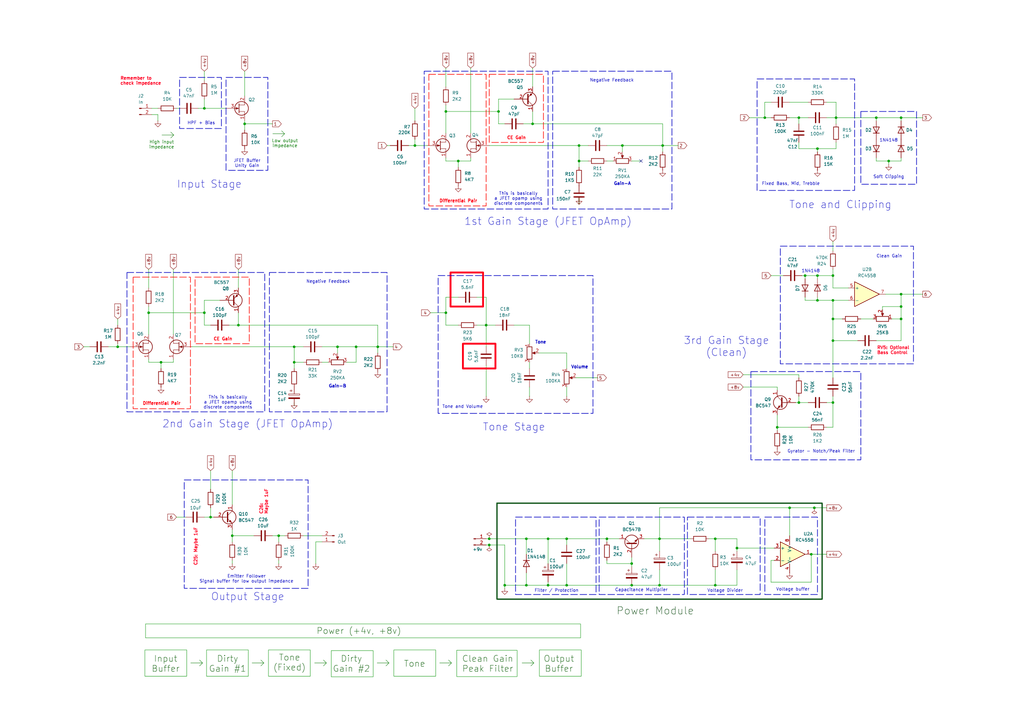
<source format=kicad_sch>
(kicad_sch (version 20231120) (generator "eeschema") (generator_version "8.0")
  (paper "A3")
  (lib_symbols
    (symbol "Amplifier_Operational:RC4558" (pin_names (offset 0.127))
      (property "Reference" "U" (at 0 5.08 0))
      (property "Value" "RC4558" (at 0 -5.08 0))
      (symbol "RC4558_1_1"
        (pin output line (at 7.62 0 180) (length 2.54) (name "~") (number "1"))
        (pin input line (at -7.62 -2.54 0) (length 2.54) (name "-") (number "2"))
        (pin input line (at -7.62 2.54 0) (length 2.54) (name "+") (number "3"))
      )
      (symbol "RC4558_2_1"
        (pin input line (at -7.62 2.54 0) (length 2.54) (name "+") (number "5"))
        (pin input line (at -7.62 -2.54 0) (length 2.54) (name "-") (number "6"))
        (pin output line (at 7.62 0 180) (length 2.54) (name "~") (number "7"))
      )
      (symbol "RC4558_3_1"
        (pin power_in line (at -2.54 -7.62 90) (length 3.81) (name "V-") (number "4"))
        (pin power_in line (at -2.54 7.62 270) (length 3.81) (name "V+") (number "8"))
      )
    )
    (symbol "Connector:Conn_01x02_Pin" (pin_names (offset 1.016) hide)
      (property "Reference" "J" (at 0 2.54 0))
      (property "Value" "Conn_01x02_Pin" (at 0 -5.08 0))
      (symbol "Conn_01x02_Pin_1_1"
        (pin passive line (at 5.08 0 180) (length 3.81) (name "Pin_1") (number "1"))
        (pin passive line (at 5.08 -2.54 180) (length 3.81) (name "Pin_2") (number "2"))
      )
    )
    (symbol "Device:C" (pin_numbers hide) (pin_names (offset 0.254))
      (property "Reference" "C" (at 0.635 2.54 0))
      (property "Value" "C" (at 0.635 -2.54 0))
      (symbol "C_1_1"
        (pin passive line (at 0 3.81 270) (length 2.794) (name "~") (number "1"))
        (pin passive line (at 0 -3.81 90) (length 2.794) (name "~") (number "2"))
      )
    )
    (symbol "Device:C_Polarized" (pin_numbers hide) (pin_names (offset 0.254))
      (property "Reference" "C" (at 0.635 2.54 0))
      (property "Value" "C_Polarized" (at 0.635 -2.54 0))
      (symbol "C_Polarized_1_1"
        (pin passive line (at 0 3.81 270) (length 2.794) (name "~") (number "1"))
        (pin passive line (at 0 -3.81 90) (length 2.794) (name "~") (number "2"))
      )
    )
    (symbol "Device:D" (pin_numbers hide) (pin_names (offset 1.016) hide)
      (property "Reference" "D" (at 0 2.54 0))
      (property "Value" "D" (at 0 -2.54 0))
      (symbol "D_1_1"
        (pin passive line (at -3.81 0 0) (length 2.54) (name "K") (number "1"))
        (pin passive line (at 3.81 0 180) (length 2.54) (name "A") (number "2"))
      )
    )
    (symbol "Device:Q_NJFET_SDG" (pin_names (offset 0) hide)
      (property "Reference" "Q" (at 5.08 1.27 0))
      (property "Value" "Q_NJFET_SDG" (at 5.08 -1.27 0))
      (symbol "Q_NJFET_SDG_1_1"
        (pin passive line (at 2.54 -5.08 90) (length 2.54) (name "S") (number "1"))
        (pin passive line (at 2.54 5.08 270) (length 2.54) (name "D") (number "2"))
        (pin input line (at -5.08 0 0) (length 5.334) (name "G") (number "3"))
      )
    )
    (symbol "Device:R" (pin_numbers hide) (pin_names (offset 0))
      (property "Reference" "R" (at 2.032 0 90))
      (property "Value" "R" (at 0 0 90))
      (symbol "R_1_1"
        (pin passive line (at 0 3.81 270) (length 1.27) (name "~") (number "1"))
        (pin passive line (at 0 -3.81 90) (length 1.27) (name "~") (number "2"))
      )
    )
    (symbol "Device:R_Potentiometer" (pin_names (offset 1.016) hide)
      (property "Reference" "RV" (at -4.445 0 90))
      (property "Value" "R_Potentiometer" (at -2.54 0 90))
      (symbol "R_Potentiometer_1_1"
        (pin passive line (at 0 3.81 270) (length 1.27) (name "1") (number "1"))
        (pin passive line (at 3.81 0 180) (length 1.27) (name "2") (number "2"))
        (pin passive line (at 0 -3.81 90) (length 1.27) (name "3") (number "3"))
      )
    )
    (symbol "Diode:1N914" (pin_numbers hide) (pin_names hide)
      (property "Reference" "D" (at 0 2.54 0))
      (property "Value" "1N914" (at 0 -2.54 0))
      (symbol "1N914_1_1"
        (pin passive line (at -3.81 0 0) (length 2.54) (name "K") (number "1"))
        (pin passive line (at 3.81 0 180) (length 2.54) (name "A") (number "2"))
      )
    )
    (symbol "Transistor_BJT:BC547" (pin_names (offset 0) hide)
      (property "Reference" "Q" (at 5.08 1.905 0))
      (property "Value" "BC547" (at 5.08 0 0))
      (symbol "BC547_1_1"
        (pin passive line (at 2.54 5.08 270) (length 2.54) (name "C") (number "1"))
        (pin input line (at -5.08 0 0) (length 5.08) (name "B") (number "2"))
        (pin passive line (at 2.54 -5.08 90) (length 2.54) (name "E") (number "3"))
      )
    )
    (symbol "Transistor_BJT:BC549" (pin_names (offset 0) hide)
      (property "Reference" "Q" (at 5.08 1.905 0))
      (property "Value" "BC549" (at 5.08 0 0))
      (symbol "BC549_1_1"
        (pin passive line (at 2.54 5.08 270) (length 2.54) (name "C") (number "1"))
        (pin input line (at -5.08 0 0) (length 5.08) (name "B") (number "2"))
        (pin passive line (at 2.54 -5.08 90) (length 2.54) (name "E") (number "3"))
      )
    )
    (symbol "Transistor_BJT:BC557" (pin_names (offset 0) hide)
      (property "Reference" "Q" (at 5.08 1.905 0))
      (property "Value" "BC557" (at 5.08 0 0))
      (symbol "BC557_1_1"
        (pin passive line (at 2.54 5.08 270) (length 2.54) (name "C") (number "1"))
        (pin input line (at -5.08 0 0) (length 5.715) (name "B") (number "2"))
        (pin passive line (at 2.54 -5.08 90) (length 2.54) (name "E") (number "3"))
      )
    )
    (symbol "power:GND" (power) (pin_numbers hide) (pin_names (offset 0) hide)
      (property "Value" "GND" (at 0 -3.81 0))
      (symbol "GND_1_1"
        (pin power_in line (at 0 0 270) (length 0) (name "~") (number "1"))
      )
    )
    (symbol "power:PWR_FLAG" (power) (pin_numbers hide) (pin_names (offset 0) hide)
      (property "Value" "PWR_FLAG" (at 0 3.81 0))
      (symbol "PWR_FLAG_0_0"
        (pin power_out line (at 0 0 90) (length 0) (name "~") (number "1"))
      )
    )
  )
  (junction (at 120.65 148.59))
  (junction (at 369.57 120.65))
  (junction (at 114.3 219.71))
  (junction (at 313.69 48.26))
  (junction (at 215.9 220.98))
  (junction (at 259.08 231.14))
  (junction (at 66.04 148.59))
  (junction (at 271.78 59.69))
  (junction (at 95.25 219.71))
  (junction (at 335.28 113.03))
  (junction (at 369.57 48.26))
  (junction (at 359.41 48.26))
  (junction (at 182.88 128.27))
  (junction (at 182.88 45.72))
  (junction (at 323.85 208.28))
  (junction (at 154.94 142.24))
  (junction (at 237.49 59.69))
  (junction (at 138.43 142.24))
  (junction (at 170.18 59.69))
  (junction (at 327.66 165.1))
  (junction (at 48.26 142.24))
  (junction (at 224.79 240.03))
  (junction (at 248.92 220.98))
  (junction (at 83.82 128.27))
  (junction (at 146.05 142.24))
  (junction (at 334.01 208.28))
  (junction (at 207.01 240.03))
  (junction (at 364.49 66.04))
  (junction (at 232.41 220.98))
  (junction (at 293.37 220.98))
  (junction (at 341.63 130.81))
  (junction (at 341.63 165.1))
  (junction (at 369.57 125.73))
  (junction (at 60.96 128.27))
  (junction (at 341.63 123.19))
  (junction (at 255.27 59.69))
  (junction (at 335.28 123.19))
  (junction (at 120.65 142.24))
  (junction (at 232.41 240.03))
  (junction (at 332.74 227.33))
  (junction (at 218.44 50.8))
  (junction (at 204.47 45.72))
  (junction (at 335.28 60.96))
  (junction (at 200.66 220.98))
  (junction (at 341.63 113.03))
  (junction (at 341.63 139.7))
  (junction (at 97.79 133.35))
  (junction (at 259.08 240.03))
  (junction (at 318.77 175.26))
  (junction (at 270.51 240.03))
  (junction (at 369.57 130.81))
  (junction (at 330.2 113.03))
  (junction (at 83.82 44.45))
  (junction (at 302.26 224.79))
  (junction (at 327.66 48.26))
  (junction (at 200.66 223.52))
  (junction (at 199.39 133.35))
  (junction (at 215.9 240.03))
  (junction (at 86.36 212.09))
  (junction (at 270.51 220.98))
  (junction (at 237.49 66.04))
  (junction (at 342.9 48.26))
  (junction (at 224.79 220.98))
  (junction (at 293.37 240.03))
  (junction (at 100.33 50.8))
  (junction (at 187.96 66.04))
  (no_connect (at 262.89 66.04))
  (wire (pts (xy 62.23 44.45) (xy 64.77 44.45)))
  (wire (pts (xy 327.66 165.1) (xy 331.47 165.1)))
  (wire (pts (xy 170.18 59.69) (xy 175.26 59.69)))
  (wire (pts (xy 335.28 60.96) (xy 335.28 62.23)))
  (wire (pts (xy 124.46 219.71) (xy 132.08 219.71)))
  (wire (pts (xy 182.88 43.18) (xy 182.88 45.72)))
  (wire (pts (xy 83.82 212.09) (xy 86.36 212.09)))
  (wire (pts (xy 154.94 133.35) (xy 154.94 142.24)))
  (wire (pts (xy 359.41 139.7) (xy 369.57 139.7)))
  (wire (pts (xy 158.75 59.69) (xy 160.02 59.69)))
  (wire (pts (xy 369.57 125.73) (xy 369.57 130.81)))
  (wire (pts (xy 224.79 238.76) (xy 224.79 240.03)))
  (wire (pts (xy 364.49 66.04) (xy 364.49 67.31)))
  (wire (pts (xy 187.96 66.04) (xy 187.96 68.58)))
  (wire (pts (xy 330.2 113.03) (xy 330.2 114.3)))
  (wire (pts (xy 100.33 49.53) (xy 100.33 50.8)))
  (wire (pts (xy 327.66 165.1) (xy 327.66 162.56)))
  (wire (pts (xy 193.04 27.94) (xy 193.04 54.61)))
  (wire (pts (xy 271.78 59.69) (xy 271.78 62.23)))
  (wire (pts (xy 204.47 50.8) (xy 204.47 45.72)))
  (wire (pts (xy 369.57 48.26) (xy 378.46 48.26)))
  (wire (pts (xy 207.01 240.03) (xy 215.9 240.03)))
  (wire (pts (xy 207.01 50.8) (xy 204.47 50.8)))
  (wire (pts (xy 170.18 44.45) (xy 170.18 49.53)))
  (wire (pts (xy 255.27 59.69) (xy 255.27 62.23)))
  (wire (pts (xy 302.26 233.68) (xy 302.26 240.03)))
  (wire (pts (xy 293.37 240.03) (xy 302.26 240.03)))
  (wire (pts (xy 200.66 223.52) (xy 207.01 223.52)))
  (wire (pts (xy 217.17 140.97) (xy 217.17 133.35)))
  (wire (pts (xy 154.94 142.24) (xy 154.94 144.78)))
  (wire (pts (xy 302.26 224.79) (xy 317.5 224.79)))
  (wire (pts (xy 218.44 45.72) (xy 218.44 50.8)))
  (wire (pts (xy 215.9 227.33) (xy 215.9 220.98)))
  (wire (pts (xy 270.51 208.28) (xy 323.85 208.28)))
  (wire (pts (xy 271.78 50.8) (xy 271.78 59.69)))
  (wire (pts (xy 318.77 170.18) (xy 318.77 175.26)))
  (wire (pts (xy 259.08 231.14) (xy 259.08 232.41)))
  (wire (pts (xy 215.9 220.98) (xy 224.79 220.98)))
  (wire (pts (xy 95.25 219.71) (xy 104.14 219.71)))
  (wire (pts (xy 353.06 130.81) (xy 358.14 130.81)))
  (wire (pts (xy 335.28 121.92) (xy 335.28 123.19)))
  (wire (pts (xy 176.53 128.27) (xy 182.88 128.27)))
  (wire (pts (xy 341.63 139.7) (xy 341.63 130.81)))
  (wire (pts (xy 259.08 66.04) (xy 262.89 66.04)))
  (wire (pts (xy 302.26 220.98) (xy 302.26 224.79)))
  (wire (pts (xy 111.76 219.71) (xy 114.3 219.71)))
  (wire (pts (xy 270.51 208.28) (xy 270.51 220.98)))
  (wire (pts (xy 237.49 66.04) (xy 237.49 68.58)))
  (wire (pts (xy 304.8 153.67) (xy 327.66 153.67)))
  (wire (pts (xy 318.77 175.26) (xy 331.47 175.26)))
  (wire (pts (xy 204.47 45.72) (xy 204.47 40.64)))
  (wire (pts (xy 341.63 165.1) (xy 341.63 175.26)))
  (wire (pts (xy 34.29 142.24) (xy 36.83 142.24)))
  (wire (pts (xy 369.57 120.65) (xy 369.57 125.73)))
  (wire (pts (xy 236.22 154.94) (xy 245.11 154.94)))
  (wire (pts (xy 95.25 229.87) (xy 95.25 231.14)))
  (wire (pts (xy 270.51 220.98) (xy 283.21 220.98)))
  (wire (pts (xy 316.23 41.91) (xy 313.69 41.91)))
  (wire (pts (xy 218.44 50.8) (xy 271.78 50.8)))
  (wire (pts (xy 207.01 241.3) (xy 207.01 240.03)))
  (wire (pts (xy 361.95 125.73) (xy 369.57 125.73)))
  (wire (pts (xy 335.28 123.19) (xy 341.63 123.19)))
  (wire (pts (xy 369.57 49.53) (xy 369.57 48.26)))
  (wire (pts (xy 313.69 41.91) (xy 313.69 48.26)))
  (wire (pts (xy 232.41 220.98) (xy 232.41 223.52)))
  (wire (pts (xy 83.82 123.19) (xy 90.17 123.19)))
  (wire (pts (xy 83.82 128.27) (xy 83.82 123.19)))
  (wire (pts (xy 71.12 148.59) (xy 71.12 147.32)))
  (wire (pts (xy 248.92 220.98) (xy 248.92 222.25)))
  (wire (pts (xy 364.49 66.04) (xy 369.57 66.04)))
  (wire (pts (xy 120.65 165.1) (xy 120.65 166.37)))
  (wire (pts (xy 341.63 162.56) (xy 341.63 165.1)))
  (wire (pts (xy 342.9 58.42) (xy 342.9 60.96)))
  (wire (pts (xy 237.49 81.28) (xy 237.49 83.82)))
  (wire (pts (xy 207.01 223.52) (xy 207.01 240.03)))
  (wire (pts (xy 327.66 48.26) (xy 327.66 50.8)))
  (wire (pts (xy 224.79 220.98) (xy 232.41 220.98)))
  (wire (pts (xy 318.77 175.26) (xy 318.77 176.53)))
  (wire (pts (xy 304.8 158.75) (xy 318.77 158.75)))
  (wire (pts (xy 342.9 48.26) (xy 342.9 50.8)))
  (wire (pts (xy 48.26 140.97) (xy 48.26 142.24)))
  (wire (pts (xy 200.66 59.69) (xy 237.49 59.69)))
  (wire (pts (xy 167.64 59.69) (xy 170.18 59.69)))
  (wire (pts (xy 342.9 41.91) (xy 342.9 48.26)))
  (wire (pts (xy 316.23 229.87) (xy 316.23 238.76)))
  (wire (pts (xy 60.96 125.73) (xy 60.96 128.27)))
  (wire (pts (xy 224.79 240.03) (xy 232.41 240.03)))
  (wire (pts (xy 86.36 193.04) (xy 86.36 200.66)))
  (wire (pts (xy 199.39 149.86) (xy 199.39 162.56)))
  (wire (pts (xy 60.96 148.59) (xy 66.04 148.59)))
  (wire (pts (xy 271.78 59.69) (xy 278.13 59.69)))
  (wire (pts (xy 232.41 144.78) (xy 220.98 144.78)))
  (wire (pts (xy 334.01 208.28) (xy 339.09 208.28)))
  (wire (pts (xy 199.39 121.92) (xy 199.39 133.35)))
  (wire (pts (xy 237.49 59.69) (xy 241.3 59.69)))
  (wire (pts (xy 138.43 142.24) (xy 138.43 144.78)))
  (wire (pts (xy 120.65 148.59) (xy 120.65 151.13)))
  (wire (pts (xy 316.23 113.03) (xy 321.31 113.03)))
  (wire (pts (xy 363.22 120.65) (xy 369.57 120.65)))
  (wire (pts (xy 97.79 133.35) (xy 93.98 133.35)))
  (wire (pts (xy 72.39 212.09) (xy 76.2 212.09)))
  (wire (pts (xy 48.26 142.24) (xy 53.34 142.24)))
  (wire (pts (xy 270.51 220.98) (xy 270.51 226.06)))
  (wire (pts (xy 248.92 220.98) (xy 254 220.98)))
  (wire (pts (xy 132.08 142.24) (xy 138.43 142.24)))
  (wire (pts (xy 248.92 59.69) (xy 255.27 59.69)))
  (wire (pts (xy 86.36 212.09) (xy 87.63 212.09)))
  (wire (pts (xy 318.77 158.75) (xy 318.77 160.02)))
  (wire (pts (xy 218.44 50.8) (xy 214.63 50.8)))
  (wire (pts (xy 339.09 165.1) (xy 341.63 165.1)))
  (wire (pts (xy 369.57 120.65) (xy 378.46 120.65)))
  (wire (pts (xy 86.36 208.28) (xy 86.36 212.09)))
  (wire (pts (xy 199.39 133.35) (xy 199.39 142.24)))
  (wire (pts (xy 60.96 147.32) (xy 60.96 148.59)))
  (wire (pts (xy 342.9 48.26) (xy 339.09 48.26)))
  (wire (pts (xy 64.77 49.53) (xy 64.77 46.99)))
  (wire (pts (xy 264.16 220.98) (xy 270.51 220.98)))
  (wire (pts (xy 195.58 121.92) (xy 199.39 121.92)))
  (wire (pts (xy 114.3 219.71) (xy 116.84 219.71)))
  (wire (pts (xy 323.85 48.26) (xy 327.66 48.26)))
  (wire (pts (xy 100.33 50.8) (xy 100.33 53.34)))
  (wire (pts (xy 237.49 66.04) (xy 241.3 66.04)))
  (wire (pts (xy 327.66 153.67) (xy 327.66 154.94)))
  (wire (pts (xy 83.82 133.35) (xy 83.82 128.27)))
  (wire (pts (xy 204.47 40.64) (xy 210.82 40.64)))
  (wire (pts (xy 341.63 154.94) (xy 341.63 139.7)))
  (wire (pts (xy 60.96 128.27) (xy 83.82 128.27)))
  (wire (pts (xy 341.63 110.49) (xy 341.63 113.03)))
  (wire (pts (xy 83.82 44.45) (xy 92.71 44.45)))
  (wire (pts (xy 359.41 48.26) (xy 369.57 48.26)))
  (wire (pts (xy 232.41 240.03) (xy 259.08 240.03)))
  (wire (pts (xy 146.05 142.24) (xy 146.05 148.59)))
  (wire (pts (xy 71.12 110.49) (xy 71.12 137.16)))
  (wire (pts (xy 341.63 130.81) (xy 345.44 130.81)))
  (wire (pts (xy 182.88 128.27) (xy 182.88 133.35)))
  (wire (pts (xy 132.08 148.59) (xy 134.62 148.59)))
  (wire (pts (xy 248.92 66.04) (xy 251.46 66.04)))
  (wire (pts (xy 332.74 227.33) (xy 339.09 227.33)))
  (wire (pts (xy 323.85 208.28) (xy 334.01 208.28)))
  (wire (pts (xy 330.2 113.03) (xy 335.28 113.03)))
  (wire (pts (xy 95.25 193.04) (xy 95.25 207.01)))
  (wire (pts (xy 259.08 231.14) (xy 259.08 228.6)))
  (wire (pts (xy 341.63 99.06) (xy 341.63 102.87)))
  (wire (pts (xy 361.95 127) (xy 361.95 125.73)))
  (wire (pts (xy 187.96 121.92) (xy 182.88 121.92)))
  (wire (pts (xy 248.92 229.87) (xy 248.92 231.14)))
  (wire (pts (xy 359.41 66.04) (xy 364.49 66.04)))
  (wire (pts (xy 48.26 130.81) (xy 48.26 133.35)))
  (wire (pts (xy 120.65 148.59) (xy 124.46 148.59)))
  (wire (pts (xy 100.33 50.8) (xy 111.76 50.8)))
  (wire (pts (xy 335.28 113.03) (xy 341.63 113.03)))
  (wire (pts (xy 83.82 44.45) (xy 83.82 40.64)))
  (wire (pts (xy 327.66 48.26) (xy 331.47 48.26)))
  (wire (pts (xy 248.92 231.14) (xy 259.08 231.14)))
  (wire (pts (xy 120.65 148.59) (xy 120.65 142.24)))
  (wire (pts (xy 339.09 41.91) (xy 342.9 41.91)))
  (wire (pts (xy 359.41 49.53) (xy 359.41 48.26)))
  (wire (pts (xy 78.74 142.24) (xy 120.65 142.24)))
  (wire (pts (xy 97.79 110.49) (xy 97.79 118.11)))
  (wire (pts (xy 326.39 165.1) (xy 327.66 165.1)))
  (wire (pts (xy 323.85 41.91) (xy 331.47 41.91)))
  (wire (pts (xy 200.66 220.98) (xy 199.39 220.98)))
  (wire (pts (xy 232.41 220.98) (xy 248.92 220.98)))
  (wire (pts (xy 351.79 139.7) (xy 341.63 139.7)))
  (wire (pts (xy 359.41 48.26) (xy 342.9 48.26)))
  (wire (pts (xy 142.24 148.59) (xy 146.05 148.59)))
  (wire (pts (xy 182.88 64.77) (xy 182.88 66.04)))
  (wire (pts (xy 270.51 240.03) (xy 293.37 240.03)))
  (wire (pts (xy 217.17 158.75) (xy 217.17 162.56)))
  (wire (pts (xy 224.79 231.14) (xy 224.79 220.98)))
  (wire (pts (xy 200.66 220.98) (xy 215.9 220.98)))
  (wire (pts (xy 114.3 229.87) (xy 114.3 231.14)))
  (wire (pts (xy 182.88 121.92) (xy 182.88 128.27)))
  (wire (pts (xy 129.54 222.25) (xy 129.54 231.14)))
  (wire (pts (xy 114.3 219.71) (xy 114.3 222.25)))
  (wire (pts (xy 323.85 208.28) (xy 323.85 219.71)))
  (wire (pts (xy 293.37 220.98) (xy 302.26 220.98)))
  (wire (pts (xy 330.2 123.19) (xy 335.28 123.19)))
  (wire (pts (xy 232.41 231.14) (xy 232.41 240.03)))
  (wire (pts (xy 327.66 60.96) (xy 335.28 60.96)))
  (wire (pts (xy 365.76 130.81) (xy 369.57 130.81)))
  (wire (pts (xy 97.79 128.27) (xy 97.79 133.35)))
  (wire (pts (xy 86.36 133.35) (xy 83.82 133.35)))
  (wire (pts (xy 359.41 64.77) (xy 359.41 66.04)))
  (wire (pts (xy 293.37 220.98) (xy 290.83 220.98)))
  (wire (pts (xy 66.04 148.59) (xy 71.12 148.59)))
  (wire (pts (xy 327.66 58.42) (xy 327.66 60.96)))
  (wire (pts (xy 146.05 142.24) (xy 154.94 142.24)))
  (wire (pts (xy 307.34 48.26) (xy 313.69 48.26)))
  (wire (pts (xy 182.88 66.04) (xy 187.96 66.04)))
  (wire (pts (xy 182.88 27.94) (xy 182.88 35.56)))
  (wire (pts (xy 293.37 233.68) (xy 293.37 240.03)))
  (wire (pts (xy 170.18 57.15) (xy 170.18 59.69)))
  (wire (pts (xy 182.88 45.72) (xy 182.88 54.61)))
  (wire (pts (xy 215.9 234.95) (xy 215.9 240.03)))
  (wire (pts (xy 237.49 66.04) (xy 237.49 59.69)))
  (wire (pts (xy 259.08 240.03) (xy 270.51 240.03)))
  (wire (pts (xy 187.96 66.04) (xy 193.04 66.04)))
  (wire (pts (xy 195.58 133.35) (xy 199.39 133.35)))
  (wire (pts (xy 339.09 175.26) (xy 341.63 175.26)))
  (wire (pts (xy 217.17 148.59) (xy 217.17 151.13)))
  (wire (pts (xy 132.08 222.25) (xy 129.54 222.25)))
  (wire (pts (xy 232.41 151.13) (xy 232.41 144.78)))
  (wire (pts (xy 215.9 240.03) (xy 224.79 240.03)))
  (wire (pts (xy 293.37 220.98) (xy 293.37 226.06)))
  (wire (pts (xy 44.45 142.24) (xy 48.26 142.24)))
  (wire (pts (xy 193.04 66.04) (xy 193.04 64.77)))
  (wire (pts (xy 332.74 238.76) (xy 332.74 227.33)))
  (wire (pts (xy 255.27 59.69) (xy 271.78 59.69)))
  (wire (pts (xy 232.41 158.75) (xy 232.41 162.56)))
  (wire (pts (xy 154.94 133.35) (xy 97.79 133.35)))
  (wire (pts (xy 95.25 219.71) (xy 95.25 222.25)))
  (wire (pts (xy 341.63 123.19) (xy 341.63 130.81)))
  (wire (pts (xy 341.63 113.03) (xy 341.63 118.11)))
  (wire (pts (xy 369.57 66.04) (xy 369.57 64.77)))
  (wire (pts (xy 64.77 46.99) (xy 62.23 46.99)))
  (wire (pts (xy 100.33 29.21) (xy 100.33 39.37)))
  (wire (pts (xy 316.23 229.87) (xy 317.5 229.87)))
  (wire (pts (xy 369.57 130.81) (xy 369.57 139.7)))
  (wire (pts (xy 335.28 60.96) (xy 342.9 60.96)))
  (wire (pts (xy 335.28 113.03) (xy 335.28 114.3)))
  (wire (pts (xy 60.96 110.49) (xy 60.96 118.11)))
  (wire (pts (xy 66.04 148.59) (xy 66.04 151.13)))
  (wire (pts (xy 330.2 121.92) (xy 330.2 123.19)))
  (wire (pts (xy 347.98 118.11) (xy 341.63 118.11)))
  (wire (pts (xy 270.51 233.68) (xy 270.51 240.03)))
  (wire (pts (xy 138.43 142.24) (xy 146.05 142.24)))
  (wire (pts (xy 154.94 142.24) (xy 161.29 142.24)))
  (wire (pts (xy 60.96 128.27) (xy 60.96 137.16)))
  (wire (pts (xy 217.17 133.35) (xy 210.82 133.35)))
  (wire (pts (xy 81.28 44.45) (xy 83.82 44.45)))
  (wire (pts (xy 313.69 48.26) (xy 316.23 48.26)))
  (wire (pts (xy 72.39 44.45) (xy 73.66 44.45)))
  (wire (pts (xy 199.39 133.35) (xy 203.2 133.35)))
  (wire (pts (xy 218.44 27.94) (xy 218.44 35.56)))
  (wire (pts (xy 316.23 238.76) (xy 332.74 238.76)))
  (wire (pts (xy 120.65 142.24) (xy 124.46 142.24)))
  (wire (pts (xy 328.93 113.03) (xy 330.2 113.03)))
  (wire (pts (xy 200.66 223.52) (xy 199.39 223.52)))
  (wire (pts (xy 302.26 224.79) (xy 302.26 226.06)))
  (wire (pts (xy 95.25 217.17) (xy 95.25 219.71)))
  (wire (pts (xy 182.88 45.72) (xy 204.47 45.72)))
  (wire (pts (xy 182.88 133.35) (xy 187.96 133.35)))
  (wire (pts (xy 341.63 123.19) (xy 347.98 123.19)))
  (wire (pts (xy 83.82 29.21) (xy 83.82 33.02)))
  (rectangle (start 110.49 111.76) (end 158.75 168.91) (stroke (width 0.254) (type dash)))
  (rectangle (start 310.515 32.385) (end 350.52 78.105) (stroke (width 0.254) (type dash)))
  (rectangle (start 226.695 29.21) (end 275.59 85.725) (stroke (width 0.254) (type dash)))
  (rectangle (start 73.66 31.75) (end 90.805 52.705) (stroke (width 0.254) (type dash)))
  (rectangle (start 313.69 212.09) (end 335.28 243.84) (stroke (width 0.254) (type dash)))
  (rectangle (start 175.895 30.48) (end 199.39 84.455) (stroke (width 0.254) (type dash) (color 255 6 0 1)))
  (rectangle (start 59.69 255.905) (end 238.125 261.62) (stroke (width 0) (color 3 145 4 1)))
  (rectangle (start 187.325 266.7) (end 212.09 277.495) (stroke (width 0) (color 3 145 4 1)))
  (rectangle (start 173.99 29.21) (end 224.79 85.725) (stroke (width 0.254) (type dash)))
  (rectangle (start 211.455 212.09) (end 244.475 243.84) (stroke (width 0.254) (type dash)))
  (rectangle (start 353.06 45.72) (end 375.92 75.565) (stroke (width 0.254) (type dash)))
  (rectangle (start 52.07 111.76) (end 108.585 168.91) (stroke (width 0.254) (type dash)))
  (rectangle (start 203.835 206.375) (end 337.185 245.745) (stroke (width 0.508) (color 5 77 14 1)))
  (rectangle (start 92.71 31.75) (end 109.855 69.85) (stroke (width 0.254) (type dash)))
  (rectangle (start 84.709 266.573) (end 101.854 277.368) (stroke (width 0) (color 3 145 4 1)))
  (rectangle (start 200.66 30.48) (end 222.885 58.42) (stroke (width 0.254) (type dash) (color 255 6 0 1)))
  (rectangle (start 161.544 266.573) (end 178.689 277.368) (stroke (width 0) (color 3 145 4 1)))
  (rectangle (start 184.785 111.76) (end 198.12 125.73) (stroke (width 0.762) (color 255 0 21 1)))
  (rectangle (start 75.565 196.85) (end 126.365 241.3) (stroke (width 0.254) (type dash)))
  (rectangle (start 245.745 212.09) (end 280.67 243.84) (stroke (width 0.254) (type dash)))
  (rectangle (start 179.705 113.03) (end 243.205 169.545) (stroke (width 0.254) (type dash)))
  (rectangle (start 110.109 266.573) (end 127.254 277.368) (stroke (width 0) (color 3 145 4 1)))
  (rectangle (start 307.975 152.4) (end 353.06 188.595) (stroke (width 0.254) (type dash)))
  (rectangle (start 135.89 266.827) (end 153.035 277.622) (stroke (width 0) (color 3 145 4 1)))
  (rectangle (start 320.04 100.965) (end 374.65 149.225) (stroke (width 0.254) (type dash)))
  (rectangle (start 281.94 212.09) (end 311.785 243.84) (stroke (width 0.254) (type dash)))
  (rectangle (start 189.865 140.97) (end 203.2 151.13) (stroke (width 0.762) (color 255 0 21 1)))
  (rectangle (start 80.01 113.665) (end 102.235 140.97) (stroke (width 0.254) (type dash) (color 255 6 0 1)))
  (rectangle (start 59.436 266.573) (end 76.581 277.368) (stroke (width 0) (color 3 145 4 1)))
  (rectangle (start 221.234 266.573) (end 238.379 277.368) (stroke (width 0) (color 3 145 4 1)))
  (rectangle (start 54.61 113.665) (end 78.105 167.64) (stroke (width 0.254) (type dash) (color 255 6 0 1)))
  (text "C25: Maybe 1uF" (at 80.264 232.156 90) (effects (font (size 1.27 1.27) (thickness 0.254) (bold yes)) (justify left)))
  (text "1N4148" (at 360.68 57.658 0) (effects (font (size 1.27 1.27)) (justify left)))
  (text "Capacitance Multiplier" (at 252.222 242.062 0) (effects (font (size 1.27 1.27)) (justify left)))
  (text "Volume" (at 237.744 150.622 0) (effects (font (size 1.27 1.27) (thickness 0.254) (bold yes))))
  (text "Output Stage" (at 101.6 244.856 0) (effects (font (size 3.048 3.048))))
  (text "Negative Feedback" (at 250.952 33.02 0) (effects (font (size 1.27 1.27))))
  (text "→" (at 216.535 271.653 0) (effects (font (size 6.35 6.35))))
  (text "→" (at 114.3 54.61 0) (effects (font (size 6.35 6.35))))
  (text "CE Gain" (at 211.836 56.642 0) (effects (font (size 1.27 1.27) (thickness 0.254) (bold yes))))
  (text "2nd Gain Stage (JFET OpAmp)" (at 101.6 173.99 0) (effects (font (size 3.048 3.048))))
  (text "→" (at 68.834 55.118 0) (effects (font (size 6.35 6.35))))
  (text "→" (at 80.645 271.653 0) (effects (font (size 6.35 6.35))))
  (text "Gain-B" (at 138.43 158.496 0) (effects (font (size 1.27 1.27) (thickness 0.254) (bold yes))))
  (text "3rd Gain Stage\n(Clean)" (at 297.942 142.24 0) (effects (font (size 3.048 3.048))))
  (text "Tone" (at 221.742 140.462 0) (effects (font (size 1.27 1.27) (thickness 0.254) (bold yes))))
  (text "Voltage Divider" (at 290.068 242.316 0) (effects (font (size 1.27 1.27)) (justify left)))
  (text "Output\nBuffer" (at 229.235 272.415 0) (effects (font (size 2.54 2.54))))
  (text "Remember to\ncheck impedance" (at 49.276 33.274 0) (effects (font (size 1.27 1.27) (thickness 0.254) (bold yes)) (justify left)))
  (text "Dirty\nGain #1" (at 93.345 272.415 0) (effects (font (size 2.54 2.54))))
  (text "Dirty\nGain #2" (at 144.145 272.415 0) (effects (font (size 2.54 2.54))))
  (text "Input Stage" (at 85.852 75.692 0) (effects (font (size 3.048 3.048))))
  (text "Filter / Protection" (at 219.202 242.316 0) (effects (font (size 1.27 1.27)) (justify left)))
  (text "Tone Stage" (at 210.82 175.26 0) (effects (font (size 3.048 3.048))))
  (text "Voltage buffer" (at 318.262 241.808 0) (effects (font (size 1.27 1.27)) (justify left)))
  (text "Tone and Volume" (at 189.738 166.878 0) (effects (font (size 1.27 1.27))))
  (text "Fixed Bass, Mid, Trebble" (at 324.358 75.438 0) (effects (font (size 1.27 1.27))))
  (text "High input\nimpedance" (at 66.294 59.436 0) (effects (font (size 1.27 1.27))))
  (text "→" (at 157.099 271.653 0) (effects (font (size 6.35 6.35))))
  (text "Tone\n(Fixed)" (at 118.745 271.907 0) (effects (font (size 2.54 2.54))))
  (text "CE Gain" (at 91.44 139.192 0) (effects (font (size 1.27 1.27) (thickness 0.254) (bold yes))))
  (text "Differential Pair" (at 66.294 165.608 0) (effects (font (size 1.27 1.27) (thickness 0.254) (bold yes))))
  (text "This is basically\na JFET opamp using\ndiscrete components" (at 212.598 81.534 0) (effects (font (size 1.27 1.27))))
  (text "C26:\nMaybe 1uF" (at 108.204 211.074 90) (effects (font (size 1.27 1.27) (thickness 0.254) (bold yes)) (justify left)))
  (text "→" (at 105.791 271.653 0) (effects (font (size 6.35 6.35))))
  (text "This is basically\na JFET opamp using\ndiscrete components" (at 93.472 165.1 0) (effects (font (size 1.27 1.27))))
  (text "Low output\nimpedance" (at 116.84 58.928 0) (effects (font (size 1.27 1.27))))
  (text "1N4148" (at 336.296 111.252 0) (effects (font (size 1.27 1.27)) (justify right)))
  (text "→" (at 131.445 271.653 0) (effects (font (size 6.35 6.35))))
  (text "Gain-A" (at 255.27 75.438 0) (effects (font (size 1.27 1.27) (thickness 0.254) (bold yes))))
  (text "Clean Gain" (at 364.744 105.156 0) (effects (font (size 1.27 1.27))))
  (text "Soft Clipping" (at 364.49 72.644 0) (effects (font (size 1.27 1.27))))
  (text "Power Module" (at 268.732 250.698 0) (effects (font (size 3.048 3.048))))
  (text "HPF + Bias" (at 82.55 50.546 0) (effects (font (size 1.27 1.27))))
  (text "1st Gain Stage (JFET OpAmp)" (at 224.79 90.932 0) (effects (font (size 3.048 3.048))))
  (text "Tone and Clipping" (at 344.678 84.074 0) (effects (font (size 3.048 3.048))))
  (text "Clean Gain\nPeak Filter" (at 200.025 272.415 0) (effects (font (size 2.54 2.54))))
  (text "RV5: Optional\nBass Control" (at 359.664 143.764 0) (effects (font (size 1.27 1.27) (thickness 0.254) (bold yes)) (justify left)))
  (text "Emitter Follower\nSignal buffer for low output impedance" (at 101.092 237.49 0) (effects (font (size 1.27 1.27))))
  (text "JFET Buffer\nUnity Gain" (at 101.346 67.056 0) (effects (font (size 1.27 1.27))))
  (text "→" (at 182.753 271.653 0) (effects (font (size 6.35 6.35))))
  (text "Differential Pair" (at 187.96 82.55 0) (effects (font (size 1.27 1.27) (thickness 0.254) (bold yes))))
  (text "Gyrator - Notch/Peak Filter" (at 336.804 185.166 0) (effects (font (size 1.27 1.27))))
  (text "Negative Feedback" (at 134.62 115.57 0) (effects (font (size 1.27 1.27))))
  (text "Tone" (at 170.053 272.415 0) (effects (font (size 2.54 2.54))))
  (text "Input\nBuffer" (at 67.945 272.415 0) (effects (font (size 2.54 2.54))))
  (text "Power (+4v, +8v)" (at 147.193 258.953 0) (effects (font (size 2.54 2.54))))
  (global_label "4" (shape input) (at 176.53 128.27 180) (property "Intersheetrefs" "${INTERSHEET_REFS}" (effects (hide yes))))
  (global_label "+8v" (shape input) (at 95.25 193.04 90) (property "Intersheetrefs" "${INTERSHEET_REFS}" (effects (hide yes))))
  (global_label "+8v" (shape input) (at 193.04 27.94 90) (property "Intersheetrefs" "${INTERSHEET_REFS}" (effects (hide yes))))
  (global_label "+8v" (shape input) (at 218.44 27.94 90) (property "Intersheetrefs" "${INTERSHEET_REFS}" (effects (hide yes))))
  (global_label "+8v" (shape input) (at 304.8 158.75 180) (property "Intersheetrefs" "${INTERSHEET_REFS}" (effects (hide yes))))
  (global_label "+4v" (shape input) (at 170.18 44.45 90) (property "Intersheetrefs" "${INTERSHEET_REFS}" (effects (hide yes))))
  (global_label "+8v" (shape input) (at 182.88 27.94 90) (property "Intersheetrefs" "${INTERSHEET_REFS}" (effects (hide yes))))
  (global_label "1" (shape input) (at 158.75 59.69 180) (property "Intersheetrefs" "${INTERSHEET_REFS}" (effects (hide yes))))
  (global_label "1" (shape output) (at 111.76 50.8 0) (property "Intersheetrefs" "${INTERSHEET_REFS}" (effects (hide yes))))
  (global_label "4" (shape output) (at 161.29 142.24 0) (property "Intersheetrefs" "${INTERSHEET_REFS}" (effects (hide yes))))
  (global_label "+8v" (shape input) (at 71.12 110.49 90) (property "Intersheetrefs" "${INTERSHEET_REFS}" (effects (hide yes))))
  (global_label "+8v" (shape input) (at 60.96 110.49 90) (property "Intersheetrefs" "${INTERSHEET_REFS}" (effects (hide yes))))
  (global_label "+8v" (shape input) (at 100.33 29.21 90) (property "Intersheetrefs" "${INTERSHEET_REFS}" (effects (hide yes))))
  (global_label "2" (shape output) (at 278.13 59.69 0) (property "Intersheetrefs" "${INTERSHEET_REFS}" (effects (hide yes))))
  (global_label "+8v" (shape output) (at 339.09 208.28 0) (property "Intersheetrefs" "${INTERSHEET_REFS}" (effects (hide yes))))
  (global_label "3" (shape output) (at 378.46 48.26 0) (property "Intersheetrefs" "${INTERSHEET_REFS}" (effects (hide yes))))
  (global_label "+4v" (shape input) (at 48.26 130.81 90) (property "Intersheetrefs" "${INTERSHEET_REFS}" (effects (hide yes))))
  (global_label "+4v" (shape input) (at 341.63 99.06 90) (property "Intersheetrefs" "${INTERSHEET_REFS}" (effects (hide yes))))
  (global_label "2" (shape input) (at 307.34 48.26 180) (property "Intersheetrefs" "${INTERSHEET_REFS}" (effects (hide yes))))
  (global_label "+4v" (shape output) (at 339.09 227.33 0) (property "Intersheetrefs" "${INTERSHEET_REFS}" (effects (hide yes))))
  (global_label "+4v" (shape input) (at 86.36 193.04 90) (property "Intersheetrefs" "${INTERSHEET_REFS}" (effects (hide yes))))
  (global_label "+4v" (shape input) (at 83.82 29.21 90) (property "Intersheetrefs" "${INTERSHEET_REFS}" (effects (hide yes))))
  (global_label "5" (shape input) (at 316.23 113.03 180) (property "Intersheetrefs" "${INTERSHEET_REFS}" (effects (hide yes))))
  (global_label "6" (shape input) (at 72.39 212.09 180) (property "Intersheetrefs" "${INTERSHEET_REFS}" (effects (hide yes))))
  (global_label "+8v" (shape input) (at 97.79 110.49 90) (property "Intersheetrefs" "${INTERSHEET_REFS}" (effects (hide yes))))
  (global_label "5" (shape output) (at 245.11 154.94 0) (property "Intersheetrefs" "${INTERSHEET_REFS}" (effects (hide yes))))
  (global_label "+4v" (shape input) (at 304.8 153.67 180) (property "Intersheetrefs" "${INTERSHEET_REFS}" (effects (hide yes))))
  (global_label "6" (shape output) (at 378.46 120.65 0) (property "Intersheetrefs" "${INTERSHEET_REFS}" (effects (hide yes))))
  (global_label "3" (shape input) (at 34.29 142.24 180) (property "Intersheetrefs" "${INTERSHEET_REFS}" (effects (hide yes))))
  (symbol (lib_id "Transistor_BJT:BC549") (at 321.31 165.1 0) (mirror y) (unit 1)
    (property "Reference" "Q9" (at 316.23 163.8299 0) (effects (justify left)))
    (property "Value" "BC547" (at 316.23 166.3699 0) (effects (justify left)))
    (property "Footprint" "Package_TO_SOT_THT:TO-92_Inline" (effects (hide yes)))
    (property "Datasheet" "https://www.onsemi.com/pub/Collateral/BC550-D.pdf" (effects (hide yes)))
    (property "Description" "0.1A Ic, 30V Vce, Small Signal NPN Transistor, TO-92" (effects (hide yes)))
    (property "Notes" "Low noise" (effects (hide yes)))
  )
  (symbol (lib_id "Device:C") (at 199.39 146.05 180) (unit 1)
    (property "Reference" "C19" (at 192.786 146.05 90))
    (property "Value" "5.6nF" (at 195.326 146.05 90))
    (property "Description" "Unpolarized capacitor" (effects (hide yes)))
  )
  (symbol (lib_id "power:GND") (at 207.01 241.3 0) (unit 1)
    (property "Reference" "#PWR01" (effects (hide yes)))
    (property "Value" "GND" (effects (hide yes)))
    (property "Description" "Power symbol creates a global label with name \"GND\" , ground" (effects (hide yes)))
  )
  (symbol (lib_id "power:GND") (at 335.28 69.85 0) (unit 1)
    (property "Reference" "#PWR08" (effects (hide yes)))
    (property "Value" "GND" (effects (hide yes)))
    (property "Description" "Power symbol creates a global label with name \"GND\" , ground" (effects (hide yes)))
  )
  (symbol (lib_id "Device:C") (at 77.47 44.45 90) (unit 1)
    (property "Reference" "C5" (at 77.47 36.83 90))
    (property "Value" "47nF" (at 77.47 39.37 90))
    (property "Description" "Unpolarized capacitor" (effects (hide yes)))
  )
  (symbol (lib_id "Device:R_Potentiometer") (at 361.95 130.81 270) (mirror x) (unit 1)
    (property "Reference" "RV5" (at 361.95 133.858 90))
    (property "Value" "25KB" (at 361.95 136.398 90))
    (property "Description" "Potentiometer" (effects (hide yes)))
    (property "Notes" "Optional: Bass" (effects (hide yes)))
  )
  (symbol (lib_id "power:GND") (at 187.96 76.2 0) (unit 1)
    (property "Reference" "#PWR05" (effects (hide yes)))
    (property "Value" "GND" (effects (hide yes)))
    (property "Description" "Power symbol creates a global label with name \"GND\" , ground" (effects (hide yes)))
  )
  (symbol (lib_id "Device:R") (at 114.3 226.06 0) (unit 1)
    (property "Reference" "R31" (at 117.348 226.06 90))
    (property "Value" "100K" (at 119.888 226.06 90))
    (property "Description" "Resistor" (effects (hide yes)))
  )
  (symbol (lib_id "Device:R") (at 95.25 226.06 0) (unit 1)
    (property "Reference" "R30" (at 98.298 226.06 90))
    (property "Value" "10K" (at 100.838 226.06 90))
    (property "Description" "Resistor" (effects (hide yes)))
  )
  (symbol (lib_id "Device:R") (at 341.63 106.68 0) (unit 1)
    (property "Reference" "R24" (at 337.058 108.204 0))
    (property "Value" "470K" (at 337.058 105.664 0))
    (property "Description" "Resistor" (effects (hide yes)))
  )
  (symbol (lib_id "Device:C_Polarized") (at 120.65 162.56 0) (unit 1)
    (property "Reference" "C14" (at 113.792 161.29 0) (effects (justify left)))
    (property "Value" "1uF" (at 113.792 163.83 0) (effects (justify left)))
    (property "Description" "Polarized capacitor" (effects (hide yes)))
  )
  (symbol (lib_id "Device:R") (at 349.25 130.81 270) (unit 1)
    (property "Reference" "R25" (at 349.25 133.858 90))
    (property "Value" "6K8" (at 349.25 136.398 90))
    (property "Description" "Resistor" (effects (hide yes)))
  )
  (symbol (lib_id "Connector:Conn_01x02_Pin") (at 194.31 220.98 0) (unit 1)
    (property "Reference" "J1" (effects (hide yes)))
    (property "Value" "+9v" (at 195.834 225.298 0))
    (property "Description" "Generic connector, single row, 01x02, script generated" (effects (hide yes)))
  )
  (symbol (lib_id "Device:R") (at 320.04 48.26 270) (unit 1)
    (property "Reference" "R13" (at 320.04 51.308 90))
    (property "Value" "100K" (at 320.04 53.848 90))
    (property "Description" "Resistor" (effects (hide yes)))
  )
  (symbol (lib_id "Device:Q_NJFET_SDG") (at 180.34 59.69 0) (unit 1)
    (property "Reference" "Q3" (at 184.15 55.626 0) (effects (justify left)))
    (property "Value" "2SK209-GR" (effects (hide yes)))
    (property "Footprint" "SOT95P260X140-3N" (effects (hide yes)))
    (property "Description" "N-JFET transistor, source/drain/gate" (effects (hide yes)))
    (property "Height" "1.4" (effects (hide yes)))
    (property "Manufacturer_Name" "Toshiba" (effects (hide yes)))
    (property "Manufacturer_Part_Number" "2SK209-GR(TE85L,F)" (effects (hide yes)))
  )
  (symbol (lib_id "Device:R") (at 182.88 39.37 0) (unit 1)
    (property "Reference" "R9" (at 185.42 38.0999 0) (effects (justify left)))
    (property "Value" "2K2" (at 185.42 40.6399 0) (effects (justify left)))
    (property "Description" "Resistor" (effects (hide yes)))
  )
  (symbol (lib_id "Diode:1N914") (at 369.57 60.96 270) (unit 1)
    (property "Reference" "D5" (at 371.856 60.96 90) (effects (justify left)))
    (property "Value" "1N4148" (effects (hide yes)))
    (property "Footprint" "Diode_THT:D_DO-35_SOD27_P7.62mm_Horizontal" (effects (hide yes)))
    (property "Datasheet" "http://www.vishay.com/docs/85622/1n914.pdf" (effects (hide yes)))
    (property "Description" "100V 0.3A Small Signal Fast Switching Diode, DO-35" (effects (hide yes)))
    (property "Sim.Device" "D" (effects (hide yes)))
    (property "Sim.Pins" "1=K 2=A" (effects (hide yes)))
  )
  (symbol (lib_id "Device:Q_NJFET_SDG") (at 97.79 44.45 0) (unit 1)
    (property "Reference" "Q2" (at 101.854 40.894 0) (effects (justify left)))
    (property "Value" "2SK209-GR" (effects (hide yes)))
    (property "Footprint" "SOT95P260X140-3N" (effects (hide yes)))
    (property "Description" "N-JFET transistor, source/drain/gate" (effects (hide yes)))
    (property "Height" "1.4" (effects (hide yes)))
    (property "Manufacturer_Name" "Toshiba" (effects (hide yes)))
    (property "Manufacturer_Part_Number" "2SK209-GR(TE85L,F)" (effects (hide yes)))
  )
  (symbol (lib_id "Device:C") (at 107.95 219.71 90) (unit 1)
    (property "Reference" "C26" (at 107.95 213.106 90))
    (property "Value" "10uF" (at 107.95 215.646 90))
    (property "Description" "Unpolarized capacitor" (effects (hide yes)))
  )
  (symbol (lib_id "Device:R") (at 335.28 175.26 270) (unit 1)
    (property "Reference" "R26" (at 335.28 178.308 90))
    (property "Value" "1K2" (at 335.28 180.848 90))
    (property "Description" "Resistor" (effects (hide yes)))
  )
  (symbol (lib_id "Device:C_Polarized") (at 259.08 236.22 0) (unit 1)
    (property "Reference" "C2" (at 262.89 234.0609 0) (effects (justify left)))
    (property "Value" "47uF" (at 262.89 236.6009 0) (effects (justify left)))
    (property "Description" "Polarized capacitor" (effects (hide yes)))
  )
  (symbol (lib_id "Device:R") (at 248.92 226.06 0) (unit 1)
    (property "Reference" "R1" (at 251.46 224.7899 0) (effects (justify left)))
    (property "Value" "2K2" (at 251.46 227.3299 0) (effects (justify left)))
    (property "Description" "Resistor" (effects (hide yes)))
  )
  (symbol (lib_id "Device:R") (at 86.36 204.47 0) (unit 1)
    (property "Reference" "R29" (at 89.408 204.47 90))
    (property "Value" "100K" (at 91.948 204.47 90))
    (property "Description" "Resistor" (effects (hide yes)))
  )
  (symbol (lib_id "Transistor_BJT:BC549") (at 92.71 212.09 0) (unit 1)
    (property "Reference" "Q10" (at 97.79 210.8199 0) (effects (justify left)))
    (property "Value" "BC547" (at 97.79 213.3599 0) (effects (justify left)))
    (property "Footprint" "Package_TO_SOT_THT:TO-92_Inline" (effects (hide yes)))
    (property "Datasheet" "https://www.onsemi.com/pub/Collateral/BC550-D.pdf" (effects (hide yes)))
    (property "Description" "0.1A Ic, 30V Vce, Small Signal NPN Transistor, TO-92" (effects (hide yes)))
    (property "Notes" "Low noise" (effects (hide yes)))
  )
  (symbol (lib_id "Device:Q_NJFET_SDG") (at 73.66 142.24 0) (mirror y) (unit 1)
    (property "Reference" "Q7" (at 74.422 137.414 0) (effects (justify left)))
    (property "Value" "2SK209-GR" (effects (hide yes)))
    (property "Footprint" "SOT95P260X140-3N" (effects (hide yes)))
    (property "Description" "N-JFET transistor, source/drain/gate" (effects (hide yes)))
    (property "Height" "1.4" (effects (hide yes)))
    (property "Manufacturer_Name" "Toshiba" (effects (hide yes)))
    (property "Manufacturer_Part_Number" "2SK209-GR(TE85L,F)" (effects (hide yes)))
  )
  (symbol (lib_id "Diode:1N914") (at 359.41 60.96 90) (unit 1)
    (property "Reference" "D3" (at 354.838 60.96 90) (effects (justify right)))
    (property "Value" "1N4148" (effects (hide yes)))
    (property "Footprint" "Diode_THT:D_DO-35_SOD27_P7.62mm_Horizontal" (effects (hide yes)))
    (property "Datasheet" "http://www.vishay.com/docs/85622/1n914.pdf" (effects (hide yes)))
    (property "Description" "100V 0.3A Small Signal Fast Switching Diode, DO-35" (effects (hide yes)))
    (property "Sim.Device" "D" (effects (hide yes)))
    (property "Sim.Pins" "1=K 2=A" (effects (hide yes)))
  )
  (symbol (lib_id "Device:C_Polarized") (at 270.51 229.87 0) (unit 1)
    (property "Reference" "C3" (at 273.558 228.854 0) (effects (justify left)))
    (property "Value" "100uF" (at 273.558 231.394 0) (effects (justify left)))
    (property "Description" "Polarized capacitor" (effects (hide yes)))
    (property "Notes" "Noise filter" (effects (hide yes)))
  )
  (symbol (lib_id "Device:C") (at 237.49 80.01 180) (unit 1)
    (property "Reference" "C7" (at 231.394 78.74 0) (effects (justify right)))
    (property "Value" "150nF" (at 228.092 81.534 0) (effects (justify right)))
    (property "Description" "Unpolarized capacitor" (effects (hide yes)))
  )
  (symbol (lib_id "Device:R") (at 342.9 54.61 180) (unit 1)
    (property "Reference" "R15" (at 345.44 53.3399 0) (effects (justify right)))
    (property "Value" "1M" (at 345.44 55.8799 0) (effects (justify right)))
    (property "Description" "Resistor" (effects (hide yes)))
  )
  (symbol (lib_id "power:GND") (at 129.54 231.14 0) (unit 1)
    (property "Reference" "#PWR016" (effects (hide yes)))
    (property "Value" "GND" (effects (hide yes)))
    (property "Description" "Power symbol creates a global label with name \"GND\" , ground" (effects (hide yes)))
  )
  (symbol (lib_id "power:GND") (at 154.94 152.4 0) (unit 1)
    (property "Reference" "#PWR012" (effects (hide yes)))
    (property "Value" "GND" (effects (hide yes)))
    (property "Description" "Power symbol creates a global label with name \"GND\" , ground" (effects (hide yes)))
  )
  (symbol (lib_id "Device:R") (at 318.77 180.34 0) (unit 1)
    (property "Reference" "R28" (at 321.818 180.34 90))
    (property "Value" "10K" (at 324.358 180.34 90))
    (property "Description" "Resistor" (effects (hide yes)))
  )
  (symbol (lib_id "power:GND") (at 237.49 81.28 0) (unit 1)
    (property "Reference" "#PWR06" (effects (hide yes)))
    (property "Value" "GND" (effects (hide yes)))
    (property "Description" "Power symbol creates a global label with name \"GND\" , ground" (effects (hide yes)))
  )
  (symbol (lib_id "power:GND") (at 199.39 162.56 0) (unit 1)
    (property "Reference" "#PWR013" (effects (hide yes)))
    (property "Value" "GND" (effects (hide yes)))
    (property "Description" "Power symbol creates a global label with name \"GND\" , ground" (effects (hide yes)))
  )
  (symbol (lib_id "Device:R") (at 335.28 41.91 270) (unit 1)
    (property "Reference" "R14" (at 335.28 35.56 90))
    (property "Value" "330K" (at 335.28 38.1 90))
    (property "Description" "Resistor" (effects (hide yes)))
  )
  (symbol (lib_id "Device:C") (at 80.01 212.09 90) (unit 1)
    (property "Reference" "C25" (at 80.264 205.486 90))
    (property "Value" "10uF" (at 80.264 208.28 90))
    (property "Description" "Unpolarized capacitor" (effects (hide yes)))
  )
  (symbol (lib_id "Device:R") (at 83.82 36.83 0) (unit 1)
    (property "Reference" "R5" (at 86.36 35.5599 0) (effects (justify left)))
    (property "Value" "1M" (at 86.36 38.0999 0) (effects (justify left)))
    (property "Description" "Resistor" (effects (hide yes)))
    (property "Notes" "Biasing for Q2" (effects (hide yes)))
  )
  (symbol (lib_id "Device:R") (at 154.94 148.59 180) (unit 1)
    (property "Reference" "R22" (at 149.098 147.32 0) (effects (justify right)))
    (property "Value" "2K2" (at 149.098 149.86 0) (effects (justify right)))
    (property "Description" "Resistor" (effects (hide yes)))
  )
  (symbol (lib_id "Device:C") (at 191.77 121.92 90) (unit 1)
    (property "Reference" "C17" (at 191.77 115.316 90))
    (property "Value" "5.6nF" (at 191.77 117.856 90))
    (property "Description" "Unpolarized capacitor" (effects (hide yes)))
  )
  (symbol (lib_id "Device:C") (at 335.28 165.1 90) (unit 1)
    (property "Reference" "C24" (at 335.28 169.672 90))
    (property "Value" "56nF" (at 335.28 172.212 90))
    (property "Description" "Unpolarized capacitor" (effects (hide yes)))
  )
  (symbol (lib_id "Device:C") (at 355.6 139.7 90) (unit 1)
    (property "Reference" "C22" (at 355.6 144.272 90))
    (property "Value" "2.2nF" (at 355.6 146.812 90))
    (property "Description" "Unpolarized capacitor" (effects (hide yes)))
  )
  (symbol (lib_id "Connector:Conn_01x02_Pin") (at 57.15 44.45 0) (unit 1)
    (property "Reference" "J2" (at 57.785 39.37 0))
    (property "Value" "In" (at 57.785 41.91 0))
    (property "Description" "Generic connector, single row, 01x02, script generated" (effects (hide yes)))
  )
  (symbol (lib_id "power:GND") (at 318.77 184.15 0) (unit 1)
    (property "Reference" "#PWR015" (effects (hide yes)))
    (property "Value" "GND" (effects (hide yes)))
    (property "Description" "Power symbol creates a global label with name \"GND\" , ground" (effects (hide yes)))
  )
  (symbol (lib_id "Device:C") (at 341.63 158.75 180) (unit 1)
    (property "Reference" "C23" (at 346.202 158.75 90))
    (property "Value" "56nF" (at 348.742 158.75 90))
    (property "Description" "Unpolarized capacitor" (effects (hide yes)))
  )
  (symbol (lib_id "Device:R") (at 60.96 121.92 0) (unit 1)
    (property "Reference" "R18" (at 63.5 120.6499 0) (effects (justify left)))
    (property "Value" "2K2" (at 63.5 123.1899 0) (effects (justify left)))
    (property "Description" "Resistor" (effects (hide yes)))
  )
  (symbol (lib_id "power:PWR_FLAG") (at 334.01 208.28 180) (unit 1)
    (property "Reference" "#FLG03" (effects (hide yes)))
    (property "Value" "PWR_FLAG" (effects (hide yes)))
    (property "Description" "Special symbol for telling ERC where power comes from" (effects (hide yes)))
  )
  (symbol (lib_id "power:GND") (at 120.65 165.1 0) (unit 1)
    (property "Reference" "#PWR011" (effects (hide yes)))
    (property "Value" "GND" (effects (hide yes)))
    (property "Description" "Power symbol creates a global label with name \"GND\" , ground" (effects (hide yes)))
  )
  (symbol (lib_id "Device:R") (at 237.49 72.39 180) (unit 1)
    (property "Reference" "R10" (at 231.648 71.374 0) (effects (justify right)))
    (property "Value" "1K5" (at 231.648 73.914 0) (effects (justify right)))
    (property "Description" "Resistor" (effects (hide yes)))
  )
  (symbol (lib_id "Device:C") (at 217.17 154.94 180) (unit 1)
    (property "Reference" "C20" (at 210.566 154.94 90))
    (property "Value" "18nF" (at 213.106 154.94 90))
    (property "Description" "Unpolarized capacitor" (effects (hide yes)))
  )
  (symbol (lib_id "Connector:Conn_01x02_Pin") (at 137.16 222.25 180) (unit 1)
    (property "Reference" "J3" (at 138.43 219.7099 0) (effects (justify right)))
    (property "Value" "Out" (at 138.43 222.2499 0) (effects (justify right)))
    (property "Description" "Generic connector, single row, 01x02, script generated" (effects (hide yes)))
  )
  (symbol (lib_id "power:GND") (at 232.41 162.56 0) (unit 1)
    (property "Reference" "#PWR014" (effects (hide yes)))
    (property "Value" "GND" (effects (hide yes)))
    (property "Description" "Power symbol creates a global label with name \"GND\" , ground" (effects (hide yes)))
  )
  (symbol (lib_id "Amplifier_Operational:RC4558") (at 326.39 227.33 0) (unit 3)
    (property "Reference" "U2" (effects (hide yes)))
    (property "Value" "RC4558" (effects (hide yes)))
    (property "Datasheet" "http://www.ti.com/lit/ds/symlink/rc4558.pdf" (effects (hide yes)))
    (property "Description" "Dual General Purpose, Operational Amplifier, DIP-8/SOIC-8/SSOP-8" (effects (hide yes)))
  )
  (symbol (lib_id "Device:C") (at 90.17 133.35 90) (unit 1)
    (property "Reference" "C16" (at 90.17 126.746 90))
    (property "Value" "100pF" (at 90.17 129.286 90))
    (property "Description" "Unpolarized capacitor" (effects (hide yes)))
  )
  (symbol (lib_id "Device:C") (at 210.82 50.8 90) (unit 1)
    (property "Reference" "C9" (at 210.82 44.196 90))
    (property "Value" "47pF" (at 210.82 46.736 90))
    (property "Description" "Unpolarized capacitor" (effects (hide yes)))
  )
  (symbol (lib_id "power:PWR_FLAG") (at 200.66 220.98 0) (unit 1)
    (property "Reference" "#FLG02" (effects (hide yes)))
    (property "Value" "PWR_FLAG" (effects (hide yes)))
    (property "Description" "Special symbol for telling ERC where power comes from" (effects (hide yes)))
  )
  (symbol (lib_id "Device:R") (at 187.96 72.39 180) (unit 1)
    (property "Reference" "R8" (at 190.5 71.1199 0) (effects (justify right)))
    (property "Value" "4K7" (at 190.5 73.6599 0) (effects (justify right)))
    (property "Description" "Resistor" (effects (hide yes)))
  )
  (symbol (lib_id "Device:C") (at 207.01 133.35 90) (unit 1)
    (property "Reference" "C18" (at 207.01 126.746 90))
    (property "Value" "18nF" (at 207.01 129.286 90))
    (property "Description" "Unpolarized capacitor" (effects (hide yes)))
  )
  (symbol (lib_id "Device:C") (at 128.27 142.24 90) (unit 1)
    (property "Reference" "C15" (at 128.27 135.636 90))
    (property "Value" "100pF" (at 128.27 138.176 90))
    (property "Description" "Unpolarized capacitor" (effects (hide yes)))
  )
  (symbol (lib_id "Amplifier_Operational:RC4558") (at 355.6 120.65 0) (unit 2)
    (property "Reference" "U2" (at 355.6 110.49 0))
    (property "Value" "RC4558" (at 355.6 113.03 0))
    (property "Datasheet" "http://www.ti.com/lit/ds/symlink/rc4558.pdf" (effects (hide yes)))
    (property "Description" "Dual General Purpose, Operational Amplifier, DIP-8/SOIC-8/SSOP-8" (effects (hide yes)))
  )
  (symbol (lib_id "Device:R") (at 100.33 57.15 180) (unit 1)
    (property "Reference" "R6" (at 102.87 55.8799 0) (effects (justify right)))
    (property "Value" "10K" (at 102.87 58.4199 0) (effects (justify right)))
    (property "Description" "Resistor" (effects (hide yes)))
  )
  (symbol (lib_id "Device:C_Polarized") (at 224.79 234.95 0) (unit 1)
    (property "Reference" "C1" (at 225.298 229.87 0) (effects (justify left)))
    (property "Value" "100uF" (at 225.298 232.41 0) (effects (justify left)))
    (property "Description" "Electrolytic capacitor" (effects (hide yes)))
    (property "Notes" "Noise filter (low frequency)" (effects (hide yes)))
  )
  (symbol (lib_id "power:GND") (at 64.77 49.53 0) (unit 1)
    (property "Reference" "#PWR03" (effects (hide yes)))
    (property "Value" "GND" (effects (hide yes)))
    (property "Description" "Power symbol creates a global label with name \"GND\" , ground" (effects (hide yes)))
  )
  (symbol (lib_id "Device:R_Potentiometer") (at 138.43 148.59 90) (unit 1)
    (property "Reference" "RV2" (at 138.43 152.4 90))
    (property "Value" "250KA" (at 138.43 154.94 90))
    (property "Description" "Potentiometer" (effects (hide yes)))
    (property "Notes" "Gain-B" (effects (hide yes)))
  )
  (symbol (lib_id "power:GND") (at 217.17 162.56 0) (unit 1)
    (property "Reference" "#PWR017" (effects (hide yes)))
    (property "Value" "GND" (effects (hide yes)))
    (property "Description" "Power symbol creates a global label with name \"GND\" , ground" (effects (hide yes)))
  )
  (symbol (lib_id "Device:C") (at 245.11 59.69 90) (unit 1)
    (property "Reference" "C8" (at 245.11 53.086 90))
    (property "Value" "47pF" (at 245.11 55.626 90))
    (property "Description" "Unpolarized capacitor" (effects (hide yes)))
  )
  (symbol (lib_id "Device:C") (at 327.66 54.61 180) (unit 1)
    (property "Reference" "C12" (at 325.12 60.198 0))
    (property "Value" "47nF" (at 325.12 57.658 0))
    (property "Description" "Unpolarized capacitor" (effects (hide yes)))
  )
  (symbol (lib_id "Device:C") (at 325.12 113.03 90) (unit 1)
    (property "Reference" "C21" (at 325.12 106.426 90))
    (property "Value" "47nF" (at 325.12 108.966 90))
    (property "Description" "Unpolarized capacitor" (effects (hide yes)))
  )
  (symbol (lib_id "power:GND") (at 364.49 67.31 0) (unit 1)
    (property "Reference" "#PWR09" (effects (hide yes)))
    (property "Value" "GND" (effects (hide yes)))
    (property "Description" "Power symbol creates a global label with name \"GND\" , ground" (effects (hide yes)))
  )
  (symbol (lib_id "Device:R") (at 120.65 154.94 180) (unit 1)
    (property "Reference" "R20" (at 113.792 153.924 0) (effects (justify right)))
    (property "Value" "2K2" (at 113.792 156.464 0) (effects (justify right)))
    (property "Description" "Resistor" (effects (hide yes)))
  )
  (symbol (lib_id "Diode:1N914") (at 369.57 53.34 270) (unit 1)
    (property "Reference" "D4" (at 371.602 53.34 90) (effects (justify left)))
    (property "Value" "1N4148" (effects (hide yes)))
    (property "Footprint" "Diode_THT:D_DO-35_SOD27_P7.62mm_Horizontal" (effects (hide yes)))
    (property "Datasheet" "http://www.vishay.com/docs/85622/1n914.pdf" (effects (hide yes)))
    (property "Description" "100V 0.3A Small Signal Fast Switching Diode, DO-35" (effects (hide yes)))
    (property "Sim.Device" "D" (effects (hide yes)))
    (property "Sim.Pins" "1=K 2=A" (effects (hide yes)))
  )
  (symbol (lib_id "Device:R") (at 287.02 220.98 90) (unit 1)
    (property "Reference" "R2" (at 287.02 214.63 90))
    (property "Value" "10K" (at 287.02 217.17 90))
    (property "Description" "Resistor" (effects (hide yes)))
  )
  (symbol (lib_id "Device:C") (at 320.04 41.91 90) (unit 1)
    (property "Reference" "C10" (at 320.04 35.306 90))
    (property "Value" "220pF" (at 320.04 37.846 90))
    (property "Description" "Unpolarized capacitor" (effects (hide yes)))
  )
  (symbol (lib_id "Diode:1N914") (at 359.41 53.34 90) (unit 1)
    (property "Reference" "D2" (at 354.838 53.34 90) (effects (justify right)))
    (property "Value" "1N4148" (effects (hide yes)))
    (property "Footprint" "Diode_THT:D_DO-35_SOD27_P7.62mm_Horizontal" (effects (hide yes)))
    (property "Datasheet" "http://www.vishay.com/docs/85622/1n914.pdf" (effects (hide yes)))
    (property "Description" "100V 0.3A Small Signal Fast Switching Diode, DO-35" (effects (hide yes)))
    (property "Sim.Device" "D" (effects (hide yes)))
    (property "Sim.Pins" "1=K 2=A" (effects (hide yes)))
  )
  (symbol (lib_id "power:GND") (at 323.85 234.95 0) (unit 1)
    (property "Reference" "#PWR02" (effects (hide yes)))
    (property "Value" "GND" (effects (hide yes)))
    (property "Description" "Power symbol creates a global label with name \"GND\" , ground" (effects (hide yes)))
  )
  (symbol (lib_id "Transistor_BJT:BC547") (at 259.08 223.52 90) (unit 1)
    (property "Reference" "Q1" (at 259.08 214.63 90))
    (property "Value" "BC547B" (at 259.08 217.17 90))
    (property "Footprint" "Package_TO_SOT_THT:TO-92_Inline" (effects (hide yes)))
    (property "Datasheet" "https://www.onsemi.com/pub/Collateral/BC550-D.pdf" (effects (hide yes)))
    (property "Description" "0.1A Ic, 45V Vce, Small Signal NPN Transistor, TO-92" (effects (hide yes)))
  )
  (symbol (lib_id "Device:R") (at 48.26 137.16 0) (unit 1)
    (property "Reference" "R17" (at 42.418 135.636 0) (effects (justify left)))
    (property "Value" "1M" (at 42.926 138.176 0) (effects (justify left)))
    (property "Description" "Resistor" (effects (hide yes)))
    (property "Notes" "Bias Q3" (effects (hide yes)))
  )
  (symbol (lib_id "power:PWR_FLAG") (at 200.66 223.52 180) (unit 1)
    (property "Reference" "#FLG01" (effects (hide yes)))
    (property "Value" "PWR_FLAG" (effects (hide yes)))
    (property "Description" "Special symbol for telling ERC where power comes from" (effects (hide yes)))
  )
  (symbol (lib_id "power:GND") (at 95.25 231.14 0) (unit 1)
    (property "Reference" "#PWR019" (effects (hide yes)))
    (property "Value" "GND" (effects (hide yes)))
    (property "Description" "Power symbol creates a global label with name \"GND\" , ground" (effects (hide yes)))
  )
  (symbol (lib_id "Diode:1N914") (at 330.2 118.11 90) (unit 1)
    (property "Reference" "D7" (at 327.152 116.84 0) (effects (justify right)))
    (property "Value" "1N4148" (effects (hide yes)))
    (property "Footprint" "Diode_THT:D_DO-35_SOD27_P7.62mm_Horizontal" (effects (hide yes)))
    (property "Datasheet" "http://www.vishay.com/docs/85622/1n914.pdf" (effects (hide yes)))
    (property "Description" "100V 0.3A Small Signal Fast Switching Diode, DO-35" (effects (hide yes)))
    (property "Sim.Device" "D" (effects (hide yes)))
    (property "Sim.Pins" "1=K 2=A" (effects (hide yes)))
  )
  (symbol (lib_id "Device:R") (at 68.58 44.45 90) (unit 1)
    (property "Reference" "R4" (at 68.58 38.1 90))
    (property "Value" "10K" (at 68.58 40.64 90))
    (property "Description" "Resistor" (effects (hide yes)))
  )
  (symbol (lib_id "Device:R") (at 271.78 66.04 180) (unit 1)
    (property "Reference" "R12" (at 265.938 64.77 0) (effects (justify right)))
    (property "Value" "2K2" (at 265.938 67.31 0) (effects (justify right)))
    (property "Description" "Resistor" (effects (hide yes)))
  )
  (symbol (lib_id "Transistor_BJT:BC557") (at 95.25 123.19 0) (mirror x) (unit 1)
    (property "Reference" "Q8" (at 91.186 118.364 0) (effects (justify left)))
    (property "Value" "BC557" (at 87.63 115.824 0) (effects (justify left)))
    (property "Footprint" "Package_TO_SOT_THT:TO-92_Inline" (effects (hide yes)))
    (property "Datasheet" "https://www.onsemi.com/pub/Collateral/BC556BTA-D.pdf" (effects (hide yes)))
    (property "Description" "0.1A Ic, 45V Vce, PNP Small Signal Transistor, TO-92" (effects (hide yes)))
  )
  (symbol (lib_id "Amplifier_Operational:RC4558") (at 325.12 227.33 0) (unit 1)
    (property "Reference" "U2" (at 331.47 218.948 0))
    (property "Value" "RC4558" (at 329.946 221.488 0))
    (property "Datasheet" "http://www.ti.com/lit/ds/symlink/rc4558.pdf" (effects (hide yes)))
    (property "Description" "Dual General Purpose, Operational Amplifier, DIP-8/SOIC-8/SSOP-8" (effects (hide yes)))
  )
  (symbol (lib_id "power:GND") (at 66.04 158.75 0) (unit 1)
    (property "Reference" "#PWR010" (effects (hide yes)))
    (property "Value" "GND" (effects (hide yes)))
    (property "Description" "Power symbol creates a global label with name \"GND\" , ground" (effects (hide yes)))
  )
  (symbol (lib_id "Device:D") (at 215.9 231.14 270) (unit 1)
    (property "Reference" "D1" (at 216.154 225.806 90) (effects (justify left)))
    (property "Value" "1N4148" (at 216.154 228.346 90) (effects (justify left)))
    (property "Description" "Diode" (effects (hide yes)))
    (property "Sim.Device" "D" (effects (hide yes)))
    (property "Sim.Pins" "1=K 2=A" (effects (hide yes)))
    (property "Notes" "Reverse-biased diode for polarity protection" (effects (hide yes)))
  )
  (symbol (lib_id "Device:R") (at 327.66 158.75 0) (unit 1)
    (property "Reference" "R27" (at 330.708 158.75 90))
    (property "Value" "470K" (at 333.248 158.75 90))
    (property "Description" "Resistor" (effects (hide yes)))
  )
  (symbol (lib_id "Device:R") (at 293.37 229.87 0) (unit 1)
    (property "Reference" "R3" (at 295.148 228.6 0) (effects (justify left)))
    (property "Value" "10K" (at 295.148 231.14 0) (effects (justify left)))
    (property "Description" "Resistor" (effects (hide yes)))
  )
  (symbol (lib_id "Device:R") (at 170.18 53.34 0) (unit 1)
    (property "Reference" "R7" (at 165.608 52.07 0) (effects (justify left)))
    (property "Value" "220K" (at 163.322 54.356 0) (effects (justify left)))
    (property "Description" "Resistor" (effects (hide yes)))
    (property "Notes" "Bias Q3" (effects (hide yes)))
  )
  (symbol (lib_id "Device:R_Potentiometer") (at 255.27 66.04 90) (unit 1)
    (property "Reference" "RV1" (at 255.27 69.85 90))
    (property "Value" "250KA" (at 255.27 72.39 90))
    (property "Description" "Potentiometer" (effects (hide yes)))
    (property "Notes" "Gain-A" (effects (hide yes)))
  )
  (symbol (lib_id "power:GND") (at 271.78 69.85 0) (unit 1)
    (property "Reference" "#PWR07" (effects (hide yes)))
    (property "Value" "GND" (effects (hide yes)))
    (property "Description" "Power symbol creates a global label with name \"GND\" , ground" (effects (hide yes)))
  )
  (symbol (lib_id "power:GND") (at 114.3 231.14 0) (unit 1)
    (property "Reference" "#PWR018" (effects (hide yes)))
    (property "Value" "GND" (effects (hide yes)))
    (property "Description" "Power symbol creates a global label with name \"GND\" , ground" (effects (hide yes)))
  )
  (symbol (lib_id "Device:R") (at 66.04 154.94 180) (unit 1)
    (property "Reference" "R19" (at 68.58 153.6699 0) (effects (justify right)))
    (property "Value" "4K7" (at 68.58 156.2099 0) (effects (justify right)))
    (property "Description" "Resistor" (effects (hide yes)))
  )
  (symbol (lib_id "Device:C_Polarized") (at 302.26 229.87 0) (unit 1)
    (property "Reference" "C4" (at 305.562 228.6 0) (effects (justify left)))
    (property "Value" "47uF" (at 305.562 231.14 0) (effects (justify left)))
    (property "Description" "Polarized capacitor" (effects (hide yes)))
    (property "Notes" "Noise filter" (effects (hide yes)))
  )
  (symbol (lib_id "Device:C") (at 40.64 142.24 90) (unit 1)
    (property "Reference" "C13" (at 40.64 146.304 90))
    (property "Value" "2.2nF" (at 40.64 148.844 90))
    (property "Description" "Unpolarized capacitor" (effects (hide yes)))
  )
  (symbol (lib_id "Diode:1N914") (at 335.28 118.11 270) (unit 1)
    (property "Reference" "D6" (at 338.582 119.38 0) (effects (justify right)))
    (property "Value" "1N4148" (effects (hide yes)))
    (property "Footprint" "Diode_THT:D_DO-35_SOD27_P7.62mm_Horizontal" (effects (hide yes)))
    (property "Datasheet" "http://www.vishay.com/docs/85622/1n914.pdf" (effects (hide yes)))
    (property "Description" "100V 0.3A Small Signal Fast Switching Diode, DO-35" (effects (hide yes)))
    (property "Sim.Device" "D" (effects (hide yes)))
    (property "Sim.Pins" "1=K 2=A" (effects (hide yes)))
  )
  (symbol (lib_id "Device:R") (at 191.77 133.35 270) (unit 1)
    (property "Reference" "R23" (at 191.77 136.398 90))
    (property "Value" "5K6" (at 191.77 138.938 90))
    (property "Description" "Resistor" (effects (hide yes)))
  )
  (symbol (lib_id "Device:R") (at 128.27 148.59 270) (unit 1)
    (property "Reference" "R21" (at 128.27 151.638 90))
    (property "Value" "33K" (at 128.27 154.178 90))
    (property "Description" "Resistor" (effects (hide yes)))
  )
  (symbol (lib_id "power:GND") (at 100.33 60.96 0) (unit 1)
    (property "Reference" "#PWR04" (effects (hide yes)))
    (property "Value" "GND" (effects (hide yes)))
    (property "Description" "Power symbol creates a global label with name \"GND\" , ground" (effects (hide yes)))
  )
  (symbol (lib_id "Device:R") (at 120.65 219.71 270) (unit 1)
    (property "Reference" "R32" (at 120.65 214.376 90))
    (property "Value" "1K" (at 120.65 216.916 90))
    (property "Description" "Resistor" (effects (hide yes)))
  )
  (symbol (lib_id "Device:C") (at 163.83 59.69 90) (unit 1)
    (property "Reference" "C6" (at 164.084 64.262 90))
    (property "Value" "100nF" (at 164.084 66.802 90))
    (property "Description" "Unpolarized capacitor" (effects (hide yes)))
  )
  (symbol (lib_id "Device:R_Potentiometer") (at 232.41 154.94 0) (unit 1)
    (property "Reference" "RV4" (at 229.87 153.6699 0) (effects (justify right)))
    (property "Value" "100KA" (at 229.87 156.2099 0) (effects (justify right)))
    (property "Description" "Potentiometer" (effects (hide yes)))
    (property "Notes" "Volume" (effects (hide yes)))
  )
  (symbol (lib_id "Device:R") (at 335.28 66.04 180) (unit 1)
    (property "Reference" "R16" (at 337.82 64.7699 0) (effects (justify right)))
    (property "Value" "15K" (at 337.82 67.3099 0) (effects (justify right)))
    (property "Description" "Resistor" (effects (hide yes)))
  )
  (symbol (lib_id "Device:R_Potentiometer") (at 217.17 144.78 0) (unit 1)
    (property "Reference" "RV3" (at 214.63 143.5099 0) (effects (justify right)))
    (property "Value" "10KB" (at 214.63 146.0499 0) (effects (justify right)))
    (property "Description" "Potentiometer" (effects (hide yes)))
    (property "Notes" "Tone" (effects (hide yes)))
  )
  (symbol (lib_id "Transistor_BJT:BC557") (at 215.9 40.64 0) (mirror x) (unit 1)
    (property "Reference" "Q5" (at 211.836 35.814 0) (effects (justify left)))
    (property "Value" "BC557" (at 208.28 33.274 0) (effects (justify left)))
    (property "Footprint" "Package_TO_SOT_THT:TO-92_Inline" (effects (hide yes)))
    (property "Datasheet" "https://www.onsemi.com/pub/Collateral/BC556BTA-D.pdf" (effects (hide yes)))
    (property "Description" "0.1A Ic, 45V Vce, PNP Small Signal Transistor, TO-92" (effects (hide yes)))
  )
  (symbol (lib_id "Device:C") (at 335.28 48.26 90) (unit 1)
    (property "Reference" "C11" (at 335.28 52.324 90))
    (property "Value" "100nF" (at 335.28 54.864 90))
    (property "Description" "Unpolarized capacitor" (effects (hide yes)))
  )
  (symbol (lib_id "Device:Q_NJFET_SDG") (at 58.42 142.24 0) (unit 1)
    (property "Reference" "Q6" (at 56.134 136.906 0) (effects (justify left)))
    (property "Value" "2SK209-GR" (effects (hide yes)))
    (property "Footprint" "SOT95P260X140-3N" (effects (hide yes)))
    (property "Description" "N-JFET transistor, source/drain/gate" (effects (hide yes)))
    (property "Height" "1.4" (effects (hide yes)))
    (property "Manufacturer_Name" "Toshiba" (effects (hide yes)))
    (property "Manufacturer_Part_Number" "2SK209-GR(TE85L,F)" (effects (hide yes)))
  )
  (symbol (lib_id "Device:R") (at 245.11 66.04 270) (unit 1)
    (property "Reference" "R11" (at 245.11 69.088 90))
    (property "Value" "22K" (at 245.11 71.628 90))
    (property "Description" "Resistor" (effects (hide yes)))
  )
  (symbol (lib_id "Device:C") (at 232.41 227.33 0) (unit 1)
    (property "Reference" "C27" (at 236.22 226.0599 0) (effects (justify left)))
    (property "Value" "100nF" (at 236.22 228.5999 0) (effects (justify left)))
    (property "Description" "Unpolarized ceramic capacitor" (effects (hide yes)))
    (property "Notes" "High frequency noise filter" (effects (hide yes)))
  )
  (symbol (lib_id "Device:Q_NJFET_SDG") (at 195.58 59.69 0) (mirror y) (unit 1)
    (property "Reference" "Q4" (at 196.342 55.372 0) (effects (justify left)))
    (property "Value" "2SK209-GR" (effects (hide yes)))
    (property "Footprint" "SOT95P260X140-3N" (effects (hide yes)))
    (property "Description" "N-JFET transistor, source/drain/gate" (effects (hide yes)))
    (property "Height" "1.4" (effects (hide yes)))
    (property "Manufacturer_Name" "Toshiba" (effects (hide yes)))
    (property "Manufacturer_Part_Number" "2SK209-GR(TE85L,F)" (effects (hide yes)))
  )
)
</source>
